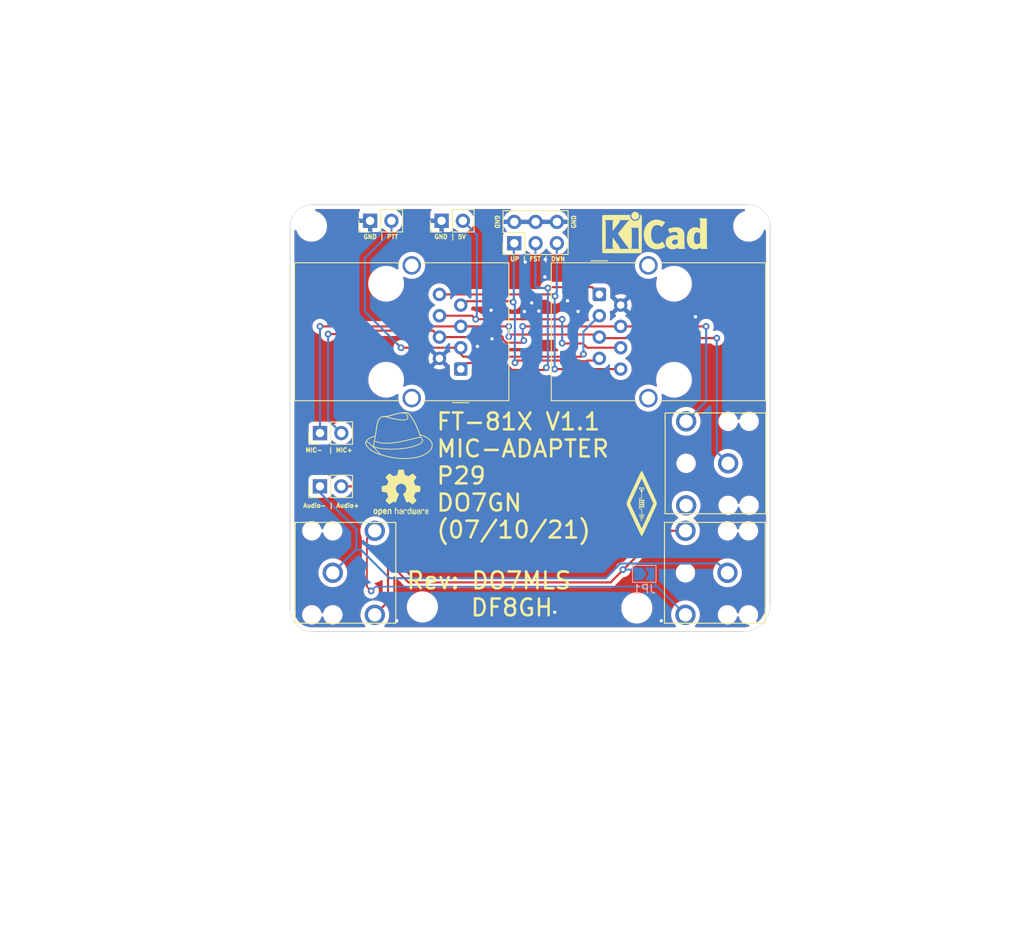
<source format=kicad_pcb>
(kicad_pcb (version 20211014) (generator pcbnew)
  (layers (0 "F.Cu" mixed) (31 "B.Cu" mixed "B.Cu.") (34 "B.Paste" user) (35 "F.Paste" user) (36 "B.SilkS" user "B.Silkscreen") (37 "F.SilkS" user "F.Silkscreen") (38 "B.Mask" user) (39 "F.Mask" user) (44 "Edge.Cuts" user))
  (net 0 "")
  (net 1 "FST")
  (net 2 "GND")
  (net 3 "PTT")
  (net 4 "MIC+")
  (net 5 "5V")
  (net 6 "UP")
  (net 7 "DWN")
  (net 8 "Audio-")
  (net 9 "Audio+")
  (net 10 "MIC-")
  (net 12 "AudioGND")
  (footprint "Connector_RJ:RJ45_Wuerth_7499010001A_Horizontal" (layer "F.Cu") (at 151.115 57.658)
    (fp_text reference "RJ45OUT1" hide)
    (fp_text value "RJ45OUT")
    (pad "" np_thru_hole circle locked (at 8.89 10.16 90) (size 3.25 3.25) (drill 3.25) (layers *.Cu *.Mask))
    (pad "" np_thru_hole circle locked (at 8.89 -1.27 90) (size 3.25 3.25) (drill 3.25) (layers *.Cu *.Mask))
    (pad "1" thru_hole roundrect locked (at 0 0 90) (size 1.6 1.6) (drill 0.9) (layers *.Cu *.Mask) (roundrect_rratio 0.155) (net 1 "FST"))
    (pad "2" thru_hole circle locked (at 2.54 1.27 90) (size 1.6 1.6) (drill 0.9) (layers *.Cu *.Mask) (net 2 "GND"))
    (pad "3" thru_hole circle locked (at 0 2.54 90) (size 1.6 1.6) (drill 0.9) (layers *.Cu *.Mask) (net 3 "PTT"))
    (pad "4" thru_hole circle locked (at 2.54 3.81 90) (size 1.6 1.6) (drill 0.9) (layers *.Cu *.Mask) (net 4 "MIC+"))
    (pad "5" thru_hole circle locked (at 0 5.08 90) (size 1.6 1.6) (drill 0.9) (layers *.Cu *.Mask) (net 10 "MIC-"))
    (pad "6" thru_hole circle locked (at 2.54 6.35 90) (size 1.6 1.6) (drill 0.9) (layers *.Cu *.Mask) (net 5 "5V"))
    (pad "7" thru_hole circle locked (at 0 7.62 90) (size 1.6 1.6) (drill 0.9) (layers *.Cu *.Mask) (net 6 "UP"))
    (pad "8" thru_hole circle locked (at 2.54 8.89 90) (size 1.6 1.6) (drill 0.9) (layers *.Cu *.Mask) (net 7 "DWN"))
    (pad "SH" thru_hole circle locked (at 5.84 -3.455 90) (size 2.2 2.2) (drill 1.6) (layers *.Cu *.Mask))
    (pad "SH" thru_hole circle locked (at 5.84 12.345 90) (size 2.2 2.2) (drill 1.6) (layers *.Cu *.Mask))
  )
  (footprint "Connector_PinHeader_2.54mm:PinHeader_1x02_P2.54mm_Vertical" (layer "F.Cu") (at 132.329 48.895 90)
    (fp_text reference "J5" hide)
    (fp_text value "Conn_01x02_Female")
    (pad "1" thru_hole rect locked (at 0 0 90) (size 1.7 1.7) (drill 1) (layers *.Cu *.Mask) (net 2 "GND"))
    (pad "2" thru_hole oval locked (at 0 2.54 90) (size 1.7 1.7) (drill 1) (layers *.Cu *.Mask) (net 5 "5V"))
  )
  (footprint "Connector_PinHeader_2.54mm:PinHeader_1x02_P2.54mm_Vertical" (layer "F.Cu") (at 123.82 48.895 90)
    (fp_text reference "J7" hide)
    (fp_text value "Conn_01x02_Female")
    (pad "1" thru_hole rect locked (at 0 0 90) (size 1.7 1.7) (drill 1) (layers *.Cu *.Mask) (net 2 "GND"))
    (pad "2" thru_hole oval locked (at 0 2.54 90) (size 1.7 1.7) (drill 1) (layers *.Cu *.Mask) (net 3 "PTT"))
  )
  (footprint "MountingHole:MountingHole_2.7mm_M2.5_DIN965" (layer "F.Cu") (at 168.91 49.53)
    (fp_text reference "REF**" hide)
    (fp_text value "MountingHole_2.7mm_M2.5_DIN965" hide)
    (pad "" np_thru_hole circle locked (at 0 0) (size 2.7 2.7) (drill 2.7) (layers *.Cu *.Mask))
  )
  (footprint "MountingHole:MountingHole_2.7mm_M2.5_DIN965" (layer "F.Cu") (at 155.575 94.996)
    (fp_text reference "REF**" hide)
    (fp_text value "MountingHole_2.7mm_M2.5_DIN965" hide)
    (pad "" np_thru_hole circle locked (at 0 0) (size 2.7 2.7) (drill 2.7) (layers *.Cu *.Mask))
  )
  (footprint "Connector_PinHeader_2.54mm:PinHeader_1x02_P2.54mm_Vertical" (layer "F.Cu") (at 117.851 80.518 90)
    (fp_text reference "J9" hide)
    (fp_text value "Conn_01x03_Female" hide)
    (pad "1" thru_hole rect locked (at 0 0 90) (size 1.7 1.7) (drill 1) (layers *.Cu *.Mask) (net 12 "AudioGND"))
    (pad "2" thru_hole oval locked (at 0 2.54 90) (size 1.7 1.7) (drill 1) (layers *.Cu *.Mask) (net 9 "Audio+"))
  )
  (footprint "Connector_PinHeader_2.54mm:PinHeader_1x02_P2.54mm_Vertical" (layer "F.Cu") (at 117.856 74.168 90)
    (fp_text reference "J6" hide)
    (fp_text value "Conn_01x03_Female" hide)
    (pad "1" thru_hole rect locked (at 0 0 90) (size 1.7 1.7) (drill 1) (layers *.Cu *.Mask) (net 10 "MIC-"))
    (pad "2" thru_hole oval locked (at 0 2.54 90) (size 1.7 1.7) (drill 1) (layers *.Cu *.Mask) (net 4 "MIC+"))
  )
  (footprint "Symbol:OSHW-Logo2_7.3x6mm_SilkScreen" (layer "F.Cu") (at 127.508 81.28)
    (fp_text reference "e" hide)
    (fp_text value "OSHW-Logo2_7.3x6mm_SilkScreen" hide)
  )
  (footprint "Symbol:KiCad-Logo_5mm_SilkScreen" (layer "F.Cu") (at 157.728302 50.809938)
    (fp_text reference "REF**" hide)
    (fp_text value "KiCad-Logo_5mm_SilkScreen" hide)
  )
  (footprint "Connector_RJ:RJ45_Wuerth_7499010001A_Horizontal" (layer "F.Cu") (at 134.62 66.548 180)
    (fp_text reference "RJ45IN1" hide)
    (fp_text value "RJ45")
    (pad "" np_thru_hole circle locked (at 8.89 -1.27 270) (size 3.25 3.25) (drill 3.25) (layers *.Cu *.Mask))
    (pad "" np_thru_hole circle locked (at 8.89 10.16 270) (size 3.25 3.25) (drill 3.25) (layers *.Cu *.Mask))
    (pad "1" thru_hole roundrect locked (at 0 0 270) (size 1.6 1.6) (drill 0.9) (layers *.Cu *.Mask) (roundrect_rratio 0.155) (net 1 "FST"))
    (pad "2" thru_hole circle locked (at 2.54 1.27 270) (size 1.6 1.6) (drill 0.9) (layers *.Cu *.Mask) (net 2 "GND"))
    (pad "3" thru_hole circle locked (at 0 2.54 270) (size 1.6 1.6) (drill 0.9) (layers *.Cu *.Mask) (net 3 "PTT"))
    (pad "4" thru_hole circle locked (at 2.54 3.81 270) (size 1.6 1.6) (drill 0.9) (layers *.Cu *.Mask) (net 4 "MIC+"))
    (pad "5" thru_hole circle locked (at 0 5.08 270) (size 1.6 1.6) (drill 0.9) (layers *.Cu *.Mask) (net 10 "MIC-"))
    (pad "6" thru_hole circle locked (at 2.54 6.35 270) (size 1.6 1.6) (drill 0.9) (layers *.Cu *.Mask) (net 5 "5V"))
    (pad "7" thru_hole circle locked (at 0 7.62 270) (size 1.6 1.6) (drill 0.9) (layers *.Cu *.Mask) (net 6 "UP"))
    (pad "8" thru_hole circle locked (at 2.54 8.89 270) (size 1.6 1.6) (drill 0.9) (layers *.Cu *.Mask) (net 7 "DWN"))
    (pad "SH" thru_hole circle locked (at 5.84 12.345 270) (size 2.2 2.2) (drill 1.6) (layers *.Cu *.Mask))
    (pad "SH" thru_hole circle locked (at 5.84 -3.455 270) (size 2.2 2.2) (drill 1.6) (layers *.Cu *.Mask))
  )
  (footprint "Fedora:FedoraDO7GN" (layer "F.Cu") (at 127.254 74.422)
    (fp_text reference "G***" hide)
    (fp_text value "LOGO" hide)
  )
  (footprint "Addtional_DO7GN:CLIFF_FC68131" (layer "F.Cu") (at 166.45 77.771 180)
    (fp_text reference "J1" hide)
    (fp_text value "FC68131")
    (pad "" np_thru_hole circle locked (at 0 5 180) (size 1.3 1.3) (drill 1.3) (layers *.Cu *.Mask))
    (pad "" np_thru_hole circle locked (at -2.5 -5 180) (size 1.3 1.3) (drill 1.3) (layers *.Cu *.Mask))
    (pad "" np_thru_hole circle locked (at -2.5 5 180) (size 1.3 1.3) (drill 1.3) (layers *.Cu *.Mask))
    (pad "" np_thru_hole circle locked (at 0 -5 180) (size 1.3 1.3) (drill 1.3) (layers *.Cu *.Mask))
    (pad "" np_thru_hole circle locked (at 5 0 180) (size 1.3 1.3) (drill 1.3) (layers *.Cu *.Mask))
    (pad "1" thru_hole circle locked (at 0 0 180) (size 2.416 2.416) (drill 1.6) (layers *.Cu *.Mask) (net 10 "MIC-"))
    (pad "2" thru_hole circle locked (at 5 -5 180) (size 2.416 2.416) (drill 1.6) (layers *.Cu *.Mask))
    (pad "5" thru_hole circle locked (at 5 5 180) (size 2.416 2.416) (drill 1.6) (layers *.Cu *.Mask) (net 4 "MIC+"))
  )
  (footprint "Addtional_DO7GN:CLIFF_FC68131" (layer "F.Cu") (at 166.37 90.805 180)
    (fp_text reference "J3" hide)
    (fp_text value "FC68131")
    (pad "" np_thru_hole circle locked (at -2.5 5 180) (size 1.3 1.3) (drill 1.3) (layers *.Cu *.Mask))
    (pad "" np_thru_hole circle locked (at 0 -5 180) (size 1.3 1.3) (drill 1.3) (layers *.Cu *.Mask))
    (pad "" np_thru_hole circle locked (at 0 5 180) (size 1.3 1.3) (drill 1.3) (layers *.Cu *.Mask))
    (pad "" np_thru_hole circle locked (at -2.5 -5 180) (size 1.3 1.3) (drill 1.3) (layers *.Cu *.Mask))
    (pad "" np_thru_hole circle locked (at 5 0 180) (size 1.3 1.3) (drill 1.3) (layers *.Cu *.Mask))
    (pad "1" thru_hole circle locked (at 0 0 180) (size 2.416 2.416) (drill 1.6) (layers *.Cu *.Mask) (net 12 "AudioGND"))
    (pad "2" thru_hole circle locked (at 5 -5 180) (size 2.416 2.416) (drill 1.6) (layers *.Cu *.Mask) (net 8 "Audio-"))
    (pad "5" thru_hole circle locked (at 5 5 180) (size 2.416 2.416) (drill 1.6) (layers *.Cu *.Mask) (net 9 "Audio+"))
  )
  (footprint "Addtional_DO7GN:CLIFF_FC68131" (layer "F.Cu") (at 119.38 90.805)
    (fp_text reference "J4" hide)
    (fp_text value "FC68131")
    (pad "" np_thru_hole circle locked (at 0 5) (size 1.3 1.3) (drill 1.3) (layers *.Cu *.Mask))
    (pad "" np_thru_hole circle locked (at 0 -5) (size 1.3 1.3) (drill 1.3) (layers *.Cu *.Mask))
    (pad "" np_thru_hole circle locked (at -2.5 -5) (size 1.3 1.3) (drill 1.3) (layers *.Cu *.Mask))
    (pad "" np_thru_hole circle locked (at -2.5 5) (size 1.3 1.3) (drill 1.3) (layers *.Cu *.Mask))
    (pad "" np_thru_hole circle locked (at 5 0) (size 1.3 1.3) (drill 1.3) (layers *.Cu *.Mask))
    (pad "1" thru_hole circle locked (at 0 0) (size 2.416 2.416) (drill 1.6) (layers *.Cu *.Mask) (net 12 "AudioGND"))
    (pad "2" thru_hole circle locked (at 5 -5) (size 2.416 2.416) (drill 1.6) (layers *.Cu *.Mask) (net 8 "Audio-"))
    (pad "5" thru_hole circle locked (at 5 5) (size 2.416 2.416) (drill 1.6) (layers *.Cu *.Mask) (net 9 "Audio+"))
  )
  (footprint "MountingHole:MountingHole_2.7mm_M2.5_DIN965" (layer "F.Cu") (at 130.048 94.869)
    (fp_text reference "REF**" hide)
    (fp_text value "MountingHole_2.7mm_M2.5_DIN965" hide)
    (pad "" np_thru_hole circle locked (at 0 0) (size 2.7 2.7) (drill 2.7) (layers *.Cu *.Mask))
  )
  (footprint "Connector_PinHeader_2.54mm:PinHeader_2x03_P2.54mm_Vertical" (layer "F.Cu") (at 140.985 51.567 90)
    (fp_text reference "J8" hide)
    (fp_text value "Conn_01x04_Female")
    (pad "1" thru_hole rect locked (at 0 0 90) (size 1.7 1.7) (drill 1) (layers *.Cu *.Mask) (net 6 "UP"))
    (pad "2" thru_hole oval locked (at 2.54 0 90) (size 1.7 1.7) (drill 1) (layers *.Cu *.Mask) (net 2 "GND"))
    (pad "3" thru_hole oval locked (at 0 2.54 90) (size 1.7 1.7) (drill 1) (layers *.Cu *.Mask) (net 1 "FST"))
    (pad "4" thru_hole oval locked (at 2.54 2.54 90) (size 1.7 1.7) (drill 1) (layers *.Cu *.Mask) (net 2 "GND"))
    (pad "5" thru_hole oval locked (at 0 5.08 90) (size 1.7 1.7) (drill 1) (layers *.Cu *.Mask) (net 7 "DWN"))
    (pad "6" thru_hole oval locked (at 2.54 5.08 90) (size 1.7 1.7) (drill 1) (layers *.Cu *.Mask) (net 2 "GND"))
  )
  (footprint "LOGO" (layer "F.Cu") (at 156.1592 82.55)
    (fp_text reference "G***" hide)
    (fp_text value "LOGO" hide)
  )
  (footprint "MountingHole:MountingHole_2.7mm_M2.5_DIN965" (layer "F.Cu") (at 116.84 49.53)
    (fp_text reference "REF**" hide)
    (fp_text value "MountingHole_2.7mm_M2.5_DIN965" hide)
    (pad "" np_thru_hole circle locked (at 0 0) (size 2.7 2.7) (drill 2.7) (layers *.Cu *.Mask))
  )
  (footprint "Jumper:SolderJumper-2_P1.3mm_Open_TrianglePad1.0x1.5mm" (layer "B.Cu") (at 156.464 90.932)
    (fp_text reference "JP1" (at 0 1.8) (layer "B.SilkS") (effects (justify mirror)))
    (fp_text value "Jumper_2_Open")
    (pad "1" smd custom (at -0.725 0) (size 0.3 0.3) (layers "B.Cu" "B.Mask") (net 9 "Audio+") (options (clearance outline) (anchor rect)) (primitives (gr_poly (pts (xy 1 0) (xy 0.5 -0.75) (xy -0.5 -0.75) (xy -0.5 0.75) (xy 0.5 0.75)) (width 0) (fill yes))))
    (pad "2" smd custom (at 0.725 0) (size 0.3 0.3) (layers "B.Cu" "B.Mask") (net 8 "Audio-") (options (clearance outline) (anchor rect)) (primitives (gr_poly (pts (xy 0.5 -0.75) (xy -0.65 -0.75) (xy -0.15 0) (xy -0.65 0.75) (xy 0.5 0.75)) (width 0) (fill yes))))
  )
  (gr_line (start 168.275 97.79) (end 116.84 97.79) (layer "Edge.Cuts") (width 0.1))
  (gr_line (start 116.84 46.99) (end 168.91 46.99) (layer "Edge.Cuts") (width 0.1))
  (gr_arc (start 116.84 97.79) (mid 115.043949 97.046051) (end 114.3 95.25) (layer "Edge.Cuts") (width 0.05))
  (gr_arc (start 168.91 46.99) (mid 170.706051 47.733949) (end 171.45 49.53) (layer "Edge.Cuts") (width 0.05))
  (gr_line (start 114.3 95.25) (end 114.3 49.53) (layer "Edge.Cuts") (width 0.1))
  (gr_line (start 171.45 49.53) (end 171.45 94.615) (layer "Edge.Cuts") (width 0.1))
  (gr_arc (start 171.45 94.615) (mid 170.520064 96.860064) (end 168.275 97.79) (layer "Edge.Cuts") (width 0.05))
  (gr_arc (start 114.3 49.53) (mid 115.043949 47.733949) (end 116.84 46.99) (layer "Edge.Cuts") (width 0.05))
  (gr_text "GND | PTT" (at 125.09 50.8) (layer "F.SilkS") (effects (font (size 0.508 0.508) (thickness 0.127))))
  (gr_text "Audio- | Audio+ " (at 119.38 82.804) (layer "F.SilkS") (effects (font (size 0.508 0.508) (thickness 0.127))))
  (gr_text "FT-81X V1.1 \nMIC-ADAPTER\nP29\nDO7GN\n(07/10/21)" (at 131.572 79.248) (layer "F.SilkS") (effects (font (size 2 2) (thickness 0.3)) (justify left)))
  (gr_text "GND" (at 138.938 49.022 270) (layer "F.SilkS") (effects (font (size 0.508 0.508) (thickness 0.127))))
  (gr_text "Rev: DO7MLS\n     DF8GH" (at 128.016 93.345) (layer "F.SilkS") (effects (font (size 2 2) (thickness 0.3)) (justify left)))
  (gr_text "MIC-  | MIC+ " (at 119.126 76.2) (layer "F.SilkS") (effects (font (size 0.508 0.508) (thickness 0.127))))
  (gr_text "GND" (at 148.082 49.022 90) (layer "F.SilkS") (effects (font (size 0.508 0.508) (thickness 0.127))))
  (gr_text "GND | 5V" (at 133.35 50.8) (layer "F.SilkS") (effects (font (size 0.508 0.508) (thickness 0.127))))
  (gr_text "UP | FST | DWN" (at 143.764 53.44) (layer "F.SilkS") (effects (font (size 0.508 0.508) (thickness 0.127))))
  (segment (start 140.71972 66.649611) (end 139.906909 65.8368) (width 0.25) (layer "F.Cu") (net 1))
  (segment (start 139.906909 65.8368) (end 135.3312 65.8368) (width 0.25) (layer "F.Cu") (net 1))
  (segment (start 144.9832 56.896) (end 145.0848 56.7944) (width 0.25) (layer "F.Cu") (net 1))
  (segment (start 150.2514 56.7944) (end 151.115 57.658) (width 0.25) (layer "F.Cu") (net 1))
  (segment (start 145.0848 56.7944) (end 150.2514 56.7944) (width 0.25) (layer "F.Cu") (net 1))
  (segment (start 144.808728 66.392115) (end 144.551232 66.649611) (width 0.25) (layer "F.Cu") (net 1))
  (segment (start 135.3312 65.8368) (end 134.62 66.548) (width 0.25) (layer "F.Cu") (net 1))
  (segment (start 144.551232 66.649611) (end 140.71972 66.649611) (width 0.25) (layer "F.Cu") (net 1))
  (via (at 144.808728 66.392115) (size 0.8) (drill 0.4) (layers "F.Cu" "B.Cu") (net 1))
  (via (at 144.9832 56.896) (size 0.8) (drill 0.4) (layers "F.Cu" "B.Cu") (net 1))
  (segment (start 144.9832 66.217643) (end 144.808728 66.392115) (width 0.25) (layer "B.Cu") (net 1))
  (segment (start 144.9832 56.896) (end 144.9832 66.217643) (width 0.25) (layer "B.Cu") (net 1))
  (segment (start 144.9832 56.896) (end 143.764 56.896) (width 0.25) (layer "B.Cu") (net 1))
  (segment (start 143.764 56.896) (end 143.51 56.642) (width 0.25) (layer "B.Cu") (net 1))
  (segment (start 143.51 56.642) (end 143.51 51.308) (width 0.25) (layer "B.Cu") (net 1))
  (via (at 138.3284 62.9412) (size 0.8) (drill 0.4) (layers "F.Cu" "B.Cu") (net 2))
  (via (at 148.59 59.69) (size 0.8) (drill 0.4) (layers "F.Cu" "B.Cu") (net 2))
  (via (at 158.496 96.52) (size 0.8) (drill 0.4) (layers "F.Cu" "B.Cu") (net 2))
  (via (at 145.796 95.504) (size 0.8) (drill 0.4) (layers "F.Cu" "B.Cu") (net 2))
  (via (at 143.0528 58.674) (size 0.8) (drill 0.4) (layers "F.Cu" "B.Cu") (net 2))
  (via (at 144.6276 55.5752) (size 0.8) (drill 0.4) (layers "F.Cu" "B.Cu") (net 2))
  (via (at 143.9164 59.6392) (size 0.8) (drill 0.4) (layers "F.Cu" "B.Cu") (net 2))
  (via (at 162.56 60.325) (size 0.8) (drill 0.4) (layers "F.Cu" "B.Cu") (net 2))
  (via (at 138.2268 59.5376) (size 0.8) (drill 0.4) (layers "F.Cu" "B.Cu") (net 2))
  (via (at 127 96.52) (size 0.8) (drill 0.4) (layers "F.Cu" "B.Cu") (net 2))
  (via (at 147.32 58.42) (size 0.8) (drill 0.4) (layers "F.Cu" "B.Cu") (net 2))
  (via (at 142.1892 59.69) (size 0.8) (drill 0.4) (layers "F.Cu" "B.Cu") (net 2))
  (via (at 144.6784 53.4924) (size 0.8) (drill 0.4) (layers "F.Cu" "B.Cu") (net 2))
  (via (at 136.6012 63.8556) (size 0.8) (drill 0.4) (layers "F.Cu" "B.Cu") (net 2))
  (via (at 142.2908 53.7972) (size 0.8) (drill 0.4) (layers "F.Cu" "B.Cu") (net 2))
  (segment (start 149.225 64.77) (end 148.9202 65.0748) (width 0.25) (layer "F.Cu") (net 3))
  (segment (start 134.9248 65.0748) (end 133.858 64.008) (width 0.25) (layer "F.Cu") (net 3))
  (segment (start 133.858 64.008) (end 127.508 64.008) (width 0.25) (layer "F.Cu") (net 3))
  (segment (start 148.9202 65.0748) (end 134.9248 65.0748) (width 0.25) (layer "F.Cu") (net 3))
  (via (at 127.508 64.008) (size 0.8) (drill 0.4) (layers "F.Cu" "B.Cu") (net 3))
  (via (at 149.225 64.77) (size 0.8) (drill 0.4) (layers "F.Cu" "B.Cu") (net 3))
  (segment (start 149.225 62.088) (end 151.115 60.198) (width 0.25) (layer "B.Cu") (net 3))
  (segment (start 123.19 53.34) (end 123.19 59.69) (width 0.25) (layer "B.Cu") (net 3))
  (segment (start 149.225 64.77) (end 149.225 62.088) (width 0.25) (layer "B.Cu") (net 3))
  (segment (start 126.36 48.895) (end 126.36 50.16) (width 0.25) (layer "B.Cu") (net 3))
  (segment (start 123.19 59.69) (end 127.508 64.008) (width 0.25) (layer "B.Cu") (net 3))
  (segment (start 126.36 50.16) (end 126.365 50.165) (width 0.25) (layer "B.Cu") (net 3))
  (segment (start 126.365 50.165) (end 123.19 53.34) (width 0.25) (layer "B.Cu") (net 3))
  (segment (start 136.652 62.738) (end 137.3632 62.0268) (width 0.25) (layer "F.Cu") (net 4))
  (segment (start 118.8212 62.3824) (end 120.2944 62.3824) (width 0.25) (layer "F.Cu") (net 4))
  (segment (start 137.3632 62.0268) (end 138.8872 62.0268) (width 0.25) (layer "F.Cu") (net 4))
  (segment (start 139.6085 62.987303) (end 140.032908 63.411711) (width 0.25) (layer "F.Cu") (net 4))
  (segment (start 141.871089 63.411711) (end 142.1251 63.1577) (width 0.25) (layer "F.Cu") (net 4))
  (segment (start 163.83 61.468) (end 141.986 61.468) (width 0.25) (layer "F.Cu") (net 4))
  (segment (start 120.7008 61.976) (end 131.318 61.976) (width 0.25) (layer "F.Cu") (net 4))
  (segment (start 132.08 62.738) (end 136.652 62.738) (width 0.25) (layer "F.Cu") (net 4))
  (segment (start 140.032908 63.411711) (end 141.871089 63.411711) (width 0.25) (layer "F.Cu") (net 4))
  (segment (start 131.318 61.976) (end 132.08 62.738) (width 0.25) (layer "F.Cu") (net 4))
  (segment (start 120.2944 62.3824) (end 120.7008 61.976) (width 0.25) (layer "F.Cu") (net 4))
  (segment (start 138.8872 62.0268) (end 139.6085 62.7481) (width 0.25) (layer "F.Cu") (net 4))
  (segment (start 139.6085 62.7481) (end 139.6085 62.987303) (width 0.25) (layer "F.Cu") (net 4))
  (via (at 118.8212 62.3824) (size 0.8) (drill 0.4) (layers "F.Cu" "B.Cu") (net 4))
  (via (at 141.986 61.468) (size 0.8) (drill 0.4) (layers "F.Cu" "B.Cu") (net 4))
  (via (at 142.1251 63.1577) (size 0.8) (drill 0.4) (layers "F.Cu" "B.Cu") (net 4))
  (via (at 163.83 61.468) (size 0.8) (drill 0.4) (layers "F.Cu" "B.Cu") (net 4))
  (segment (start 161.45 72.771) (end 163.83 70.391) (width 0.25) (layer "B.Cu") (net 4))
  (segment (start 142.1251 63.1577) (end 141.986 63.0186) (width 0.25) (layer "B.Cu") (net 4))
  (segment (start 163.83 70.391) (end 163.83 61.468) (width 0.25) (layer "B.Cu") (net 4))
  (segment (start 141.986 63.0186) (end 141.986 62.992) (width 0.25) (layer "B.Cu") (net 4))
  (segment (start 118.8212 72.5932) (end 120.396 74.168) (width 0.25) (layer "B.Cu") (net 4))
  (segment (start 141.986 61.468) (end 141.986 62.992) (width 0.25) (layer "B.Cu") (net 4))
  (segment (start 141.986 62.992) (end 141.986 63.246) (width 0.25) (layer "B.Cu") (net 4))
  (segment (start 118.8212 62.3824) (end 118.8212 72.5932) (width 0.25) (layer "B.Cu") (net 4))
  (segment (start 135.9775 60.198) (end 136.398 60.6185) (width 0.25) (layer "F.Cu") (net 5))
  (segment (start 146.685 63.4625) (end 146.7225 63.5) (width 0.25) (layer "F.Cu") (net 5))
  (segment (start 132.08 60.198) (end 135.9775 60.198) (width 0.25) (layer "F.Cu") (net 5))
  (segment (start 149.664391 64.008) (end 153.655 64.008) (width 0.25) (layer "F.Cu") (net 5))
  (segment (start 136.398 60.6185) (end 136.398011 60.618489) (width 0.25) (layer "F.Cu") (net 5))
  (segment (start 146.7225 63.5) (end 149.156391 63.5) (width 0.25) (layer "F.Cu") (net 5))
  (segment (start 149.156391 63.5) (end 149.664391 64.008) (width 0.25) (layer "F.Cu") (net 5))
  (segment (start 136.398011 60.618489) (end 146.684989 60.618489) (width 0.25) (layer "F.Cu") (net 5))
  (segment (start 146.684989 60.618489) (end 146.685 60.6185) (width 0.25) (layer "F.Cu") (net 5))
  (via (at 136.398 60.6185) (size 0.8) (drill 0.4) (layers "F.Cu" "B.Cu") (net 5))
  (via (at 146.685 63.4625) (size 0.8) (drill 0.4) (layers "F.Cu" "B.Cu") (net 5))
  (via (at 146.685 60.6185) (size 0.8) (drill 0.4) (layers "F.Cu" "B.Cu") (net 5))
  (segment (start 134.869 48.895) (end 136.525 50.551) (width 0.25) (layer "B.Cu") (net 5))
  (segment (start 136.525 60.4915) (end 136.398 60.6185) (width 0.25) (layer "B.Cu") (net 5))
  (segment (start 136.525 50.551) (end 136.525 60.4915) (width 0.25) (layer "B.Cu") (net 5))
  (segment (start 146.685 63.4625) (end 146.685 60.6185) (width 0.25) (layer "B.Cu") (net 5))
  (segment (start 149.664402 65.531989) (end 150.860989 65.531989) (width 0.25) (layer "F.Cu") (net 6))
  (segment (start 148.785598 65.531989) (end 148.87312 65.619511) (width 0.25) (layer "F.Cu") (net 6))
  (segment (start 150.861 65.532) (end 151.115 65.278) (width 0.25) (layer "F.Cu") (net 6))
  (segment (start 141.339711 65.531989) (end 148.785598 65.531989) (width 0.25) (layer "F.Cu") (net 6))
  (segment (start 135.358802 58.4708) (end 134.596802 59.2328) (width 0.25) (layer "F.Cu") (net 6))
  (segment (start 141.0716 65.8001) (end 141.339711 65.531989) (width 0.25) (layer "F.Cu") (net 6))
  (segment (start 150.860989 65.531989) (end 150.861 65.532) (width 0.25) (layer "F.Cu") (net 6))
  (segment (start 148.87312 65.619511) (end 149.57688 65.619511) (width 0.25) (layer "F.Cu") (net 6))
  (segment (start 149.57688 65.619511) (end 149.664402 65.531989) (width 0.25) (layer "F.Cu") (net 6))
  (segment (start 140.97 58.4708) (end 135.358802 58.4708) (width 0.25) (layer "F.Cu") (net 6))
  (via (at 141.0716 65.8001) (size 0.8) (drill 0.4) (layers "F.Cu" "B.Cu") (net 6))
  (via (at 140.8684 58.5724) (size 0.8) (drill 0.4) (layers "F.Cu" "B.Cu") (net 6))
  (segment (start 140.933001 58.507799) (end 140.933001 51.344999) (width 0.25) (layer "B.Cu") (net 6))
  (segment (start 140.933001 65.495001) (end 141.0716 65.6336) (width 0.25) (layer "B.Cu") (net 6))
  (segment (start 141.0716 65.6336) (end 141.0716 65.8001) (width 0.25) (layer "B.Cu") (net 6))
  (segment (start 140.8684 58.5724) (end 140.933001 58.507799) (width 0.25) (layer "B.Cu") (net 6))
  (segment (start 141.057511 58.761511) (end 141.057511 65.370491) (width 0.25) (layer "B.Cu") (net 6))
  (segment (start 140.8684 58.5724) (end 141.057511 58.761511) (width 0.25) (layer "B.Cu") (net 6))
  (segment (start 145.796 66.548) (end 153.655 66.548) (width 0.25) (layer "F.Cu") (net 7))
  (segment (start 145.8468 57.8612) (end 145.6436 57.658) (width 0.25) (layer "F.Cu") (net 7))
  (segment (start 145.6436 57.658) (end 132.08 57.658) (width 0.25) (layer "F.Cu") (net 7))
  (via (at 145.796 66.548) (size 0.8) (drill 0.4) (layers "F.Cu" "B.Cu") (net 7))
  (via (at 145.8468 57.8612) (size 0.8) (drill 0.4) (layers "F.Cu" "B.Cu") (net 7))
  (segment (start 145.8468 57.8612) (end 145.8468 57.6072) (width 0.25) (layer "B.Cu") (net 7))
  (segment (start 145.8468 57.8612) (end 145.796 57.912) (width 0.25) (layer "B.Cu") (net 7))
  (segment (start 146.05 57.404) (end 146.05 51.308) (width 0.25) (layer "B.Cu") (net 7))
  (segment (start 145.796 57.912) (end 145.796 66.548) (width 0.25) (layer "B.Cu") (net 7))
  (segment (start 145.8468 57.6072) (end 146.05 57.404) (width 0.25) (layer "B.Cu") (net 7))
  (segment (start 123.444 92.456) (end 123.952 92.964) (width 0.2) (layer "F.Cu") (net 8))
  (segment (start 124.38 85.805) (end 123.444 86.741) (width 0.2) (layer "F.Cu") (net 8))
  (segment (start 123.444 86.741) (end 123.444 92.456) (width 0.2) (layer "F.Cu") (net 8))
  (via (at 123.952 92.964) (size 0.8) (drill 0.4) (layers "F.Cu" "B.Cu") (net 8))
  (segment (start 157.189 90.932) (end 157.189 91.624) (width 0.2) (layer "B.Cu") (net 8))
  (segment (start 124.46 92.456) (end 158.021 92.456) (width 0.2) (layer "B.Cu") (net 8))
  (segment (start 158.021 92.456) (end 161.37 95.805) (width 0.2) (layer "B.Cu") (net 8))
  (segment (start 157.189 91.624) (end 161.37 95.805) (width 0.2) (layer "B.Cu") (net 8))
  (segment (start 123.952 92.964) (end 124.46 92.456) (width 0.2) (layer "B.Cu") (net 8))
  (segment (start 128.391056 91.948) (end 152.4508 91.948) (width 0.25) (layer "F.Cu") (net 9))
  (segment (start 126.3904 82.9056) (end 126.3904 89.071856) (width 0.25) (layer "F.Cu") (net 9))
  (segment (start 124.38 95.805) (end 125.952656 94.232344) (width 0.25) (layer "F.Cu") (net 9))
  (segment (start 154.8892 89.5096) (end 158.5938 85.805) (width 0.25) (layer "F.Cu") (net 9))
  (segment (start 158.5938 85.805) (end 161.37 85.805) (width 0.25) (layer "F.Cu") (net 9))
  (segment (start 124.0028 80.518) (end 126.3904 82.9056) (width 0.25) (layer "F.Cu") (net 9))
  (segment (start 125.952656 94.232344) (end 125.952656 89.5096) (width 0.25) (layer "F.Cu") (net 9))
  (segment (start 125.952656 89.5096) (end 128.391056 91.948) (width 0.25) (layer "F.Cu") (net 9))
  (segment (start 153.9748 90.424) (end 153.924 90.424) (width 0.25) (layer "F.Cu") (net 9))
  (segment (start 120.391 80.518) (end 124.0028 80.518) (width 0.25) (layer "F.Cu") (net 9))
  (segment (start 126.3904 89.071856) (end 125.952656 89.5096) (width 0.25) (layer "F.Cu") (net 9))
  (segment (start 152.4508 91.948) (end 154.8892 89.5096) (width 0.25) (layer "F.Cu") (net 9))
  (segment (start 154.8892 89.5096) (end 153.9748 90.424) (width 0.25) (layer "F.Cu") (net 9))
  (via (at 153.924 90.424) (size 0.8) (drill 0.4) (layers "F.Cu" "B.Cu") (net 9))
  (segment (start 155.231 90.424) (end 155.739 90.932) (width 0.25) (layer "B.Cu") (net 9))
  (segment (start 153.924 90.424) (end 155.231 90.424) (width 0.25) (layer "B.Cu") (net 9))
  (segment (start 150.8102 62.4332) (end 151.242 62.865) (width 0.25) (layer "F.Cu") (net 10))
  (segment (start 140.587011 62.4332) (end 150.8102 62.4332) (width 0.25) (layer "F.Cu") (net 10))
  (segment (start 140.333011 62.6872) (end 140.587011 62.4332) (width 0.25) (layer "F.Cu") (net 10))
  (segment (start 151.242 62.865) (end 165.1 62.865) (width 0.25) (layer "F.Cu") (net 10))
  (segment (start 140.333011 61.468) (end 117.856 61.468) (width 0.25) (layer "F.Cu") (net 10))
  (via (at 140.333011 61.468) (size 0.8) (drill 0.4) (layers "F.Cu" "B.Cu") (net 10))
  (via (at 117.856 61.468) (size 0.8) (drill 0.4) (layers "F.Cu" "B.Cu") (net 10))
  (via (at 140.333011 62.6872) (size 0.8) (drill 0.4) (layers "F.Cu" "B.Cu") (net 10))
  (via (at 165.1 62.865) (size 0.8) (drill 0.4) (layers "F.Cu" "B.Cu") (net 10))
  (segment (start 165.1 62.865) (end 165.1 76.421) (width 0.25) (layer "B.Cu") (net 10))
  (segment (start 165.1 76.421) (end 166.45 77.771) (width 0.25) (layer "B.Cu") (net 10))
  (segment (start 117.856 61.468) (end 117.856 74.168) (width 0.25) (layer "B.Cu") (net 10))
  (segment (start 140.333011 62.6872) (end 140.333011 61.468) (width 0.25) (layer "B.Cu") (net 10))
  (segment (start 122.1994 85.6234) (end 122.1994 87.9856) (width 0.25) (layer "B.Cu") (net 12))
  (segment (start 122.1359 88.0491) (end 122.720146 88.0491) (width 0.25) (layer "B.Cu") (net 12))
  (segment (start 153.623897 89.699489) (end 165.264489 89.699489) (width 0.25) (layer "B.Cu") (net 12))
  (segment (start 151.883386 91.44) (end 153.623897 89.699489) (width 0.25) (layer "B.Cu") (net 12))
  (segment (start 122.720146 88.0491) (end 126.111046 91.44) (width 0.25) (layer "B.Cu") (net 12))
  (segment (start 126.111046 91.44) (end 151.883386 91.44) (width 0.25) (layer "B.Cu") (net 12))
  (segment (start 122.1994 87.9856) (end 119.38 90.805) (width 0.25) (layer "B.Cu") (net 12))
  (segment (start 117.856 81.28) (end 122.1994 85.6234) (width 0.25) (layer "B.Cu") (net 12))
  (segment (start 165.264489 89.699489) (end 166.37 90.805) (width 0.25) (layer "B.Cu") (net 12))
  (zone (net 2) (net_name "GND") (layer "F.Cu") (connect_pads (clearance 0.508)) (min_thickness 0.254) (fill yes (thermal_gap 0.508) (thermal_bridge_width 0.508))
    (polygon (pts (xy 201.168 133.35) (xy 79.756 133.35) (xy 79.756 23.368) (xy 201.168 23.368)))
  )
  (zone (net 2) (net_name "GND") (layer "B.Cu") (connect_pads (clearance 0.508)) (min_thickness 0.254) (fill yes (thermal_gap 0.508) (thermal_bridge_width 0.508))
    (polygon (pts (xy 80.518 23.368) (xy 201.676 23.368) (xy 201.676 133.096) (xy 79.756 133.096) (xy 79.756 22.606)))
  )
)
</source>
